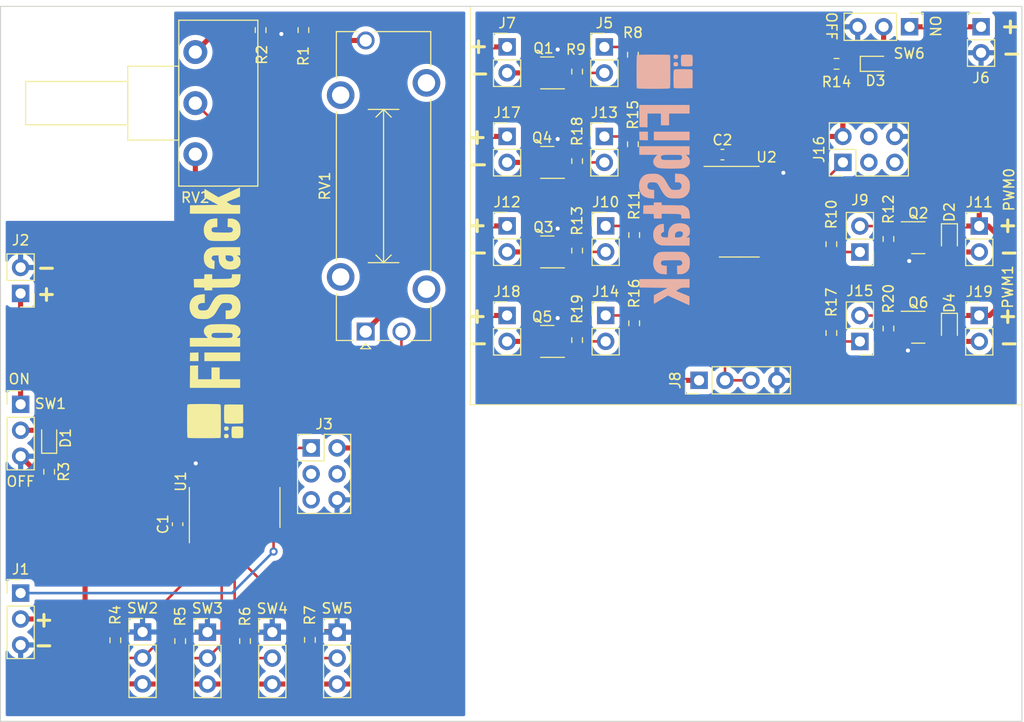
<source format=kicad_pcb>
(kicad_pcb (version 20211014) (generator pcbnew)
  (title_block (title "RC Model Controller") (comment 2 "of the CERN-OHL-P V2 license (https:/cern.ch/cern-ohl).") (comment 3 "This file is provided AS IS, WITHOUT ANY EXPRESS OR IMPLIED WARRANTY under the temrs") (comment 4 "Copyright © 2021-2023, FibStack"))
  (layers (0 "F.Cu" signal) (31 "B.Cu" signal) (34 "B.Paste" user) (35 "F.Paste" user) (36 "B.SilkS" user "B.Silkscreen") (37 "F.SilkS" user "F.Silkscreen") (38 "B.Mask" user) (39 "F.Mask" user) (44 "Edge.Cuts" user))
  (net 0 "")
  (net 1 "VCC")
  (net 2 "GND1")
  (net 3 "VDD")
  (net 4 "GND2")
  (net 5 "Net-(D1-Pad1)")
  (net 6 "Net-(D2-Pad2)")
  (net 7 "Net-(D3-Pad1)")
  (net 8 "Net-(D4-Pad2)")
  (net 9 "T-TxD")
  (net 10 "Net-(J2-Pad1)")
  (net 11 "T-UDPI")
  (net 15 "Net-(J5-Pad1)")
  (net 16 "Net-(J5-Pad2)")
  (net 17 "Net-(J6-Pad1)")
  (net 18 "Net-(J7-Pad2)")
  (net 19 "R-RxD")
  (net 20 "Net-(J9-Pad1)")
  (net 21 "Net-(J9-Pad2)")
  (net 22 "Net-(J10-Pad1)")
  (net 23 "Net-(J10-Pad2)")
  (net 24 "Net-(J12-Pad2)")
  (net 25 "Net-(J13-Pad1)")
  (net 26 "Net-(J13-Pad2)")
  (net 27 "Net-(J14-Pad1)")
  (net 28 "Net-(J14-Pad2)")
  (net 29 "Net-(J15-Pad1)")
  (net 30 "Net-(J15-Pad2)")
  (net 31 "R-UDPI")
  (net 35 "Net-(J17-Pad2)")
  (net 36 "Net-(J18-Pad2)")
  (net 37 "S0")
  (net 38 "S1")
  (net 39 "S2")
  (net 40 "S3")
  (net 41 "OUT0")
  (net 42 "PWM0")
  (net 43 "OUT2")
  (net 44 "OUT1")
  (net 45 "OUT3")
  (net 46 "PWM1")
  (net 47 "T-Throttle")
  (net 48 "T-Steering")
  (net 57 "Net-(R1-Pad1)")
  (net 58 "Net-(R2-Pad1)")
  (footprint "Connector_PinHeader_2.54mm:PinHeader_1x02_P2.54mm_Vertical" (layer "F.Cu") (at 223.139 74.051 180)
    (fp_text reference "J9")
    (fp_text value "Conn_01x02_Male" hide)
  )
  (footprint "Package_TO_SOT_SMD:SOT-23" (layer "F.Cu") (at 228.854 81.412)
    (fp_text reference "Q6")
    (fp_text value "2N7002" hide)
  )
  (footprint "Connector_PinHeader_2.54mm:PinHeader_1x03_P2.54mm_Vertical" (layer "F.Cu") (at 171.958 111.267)
    (fp_text reference "SW5")
    (fp_text value "SW_SPDT" hide)
  )
  (footprint "Resistor_SMD:R_0603_1608Metric" (layer "F.Cu") (at 195.453 65.151 90)
    (fp_text reference "R18")
    (fp_text value "10K" hide)
  )
  (footprint "Resistor_SMD:R_0603_1608Metric" (layer "F.Cu") (at 225.933 81.539 -90)
    (fp_text reference "R20")
    (fp_text value "10K" hide)
  )
  (footprint "Connector_PinHeader_2.54mm:PinHeader_1x03_P2.54mm_Vertical" (layer "F.Cu") (at 152.908 111.252)
    (fp_text reference "SW2")
    (fp_text value "SW_SPDT" hide)
  )
  (footprint "Connector_PinHeader_2.54mm:PinHeader_1x02_P2.54mm_Vertical" (layer "F.Cu") (at 198.247 71.496)
    (fp_text reference "J10")
    (fp_text value "Conn_01x02_Male" hide)
  )
  (footprint "Resistor_SMD:R_0603_1608Metric" (layer "F.Cu") (at 143.764 95.568 -90)
    (fp_text reference "R3")
    (fp_text value "470" hide)
  )
  (footprint "Package_TO_SOT_SMD:SOT-23" (layer "F.Cu") (at 192.532 74.041 180)
    (fp_text reference "Q3")
    (fp_text value "2N7002" hide)
  )
  (footprint "Resistor_SMD:R_0603_1608Metric" (layer "F.Cu") (at 195.453 73.914 90)
    (fp_text reference "R13")
    (fp_text value "10K" hide)
  )
  (footprint "Resistor_SMD:R_0603_1608Metric" (layer "F.Cu") (at 225.933 72.776 -90)
    (fp_text reference "R12")
    (fp_text value "10K" hide)
  )
  (footprint "Diode_SMD:D_0603_1608Metric" (layer "F.Cu") (at 224.663 55.626)
    (fp_text reference "D3")
    (fp_text value "LED" hide)
  )
  (footprint "Diode_SMD:D_0603_1608Metric" (layer "F.Cu") (at 143.764 92.266 90)
    (fp_text reference "D1")
    (fp_text value "LED" hide)
  )
  (footprint "Package_TO_SOT_SMD:SOT-23" (layer "F.Cu") (at 228.854 72.649)
    (fp_text reference "Q2")
    (fp_text value "2N7002" hide)
  )
  (footprint "Resistor_SMD:R_0603_1608Metric" (layer "F.Cu") (at 200.914 63.5 90)
    (fp_text reference "R15")
    (fp_text value "100" hide)
  )
  (footprint "Resistor_SMD:R_0603_1608Metric" (layer "F.Cu") (at 200.914 54.737 90)
    (fp_text reference "R8")
    (fp_text value "100" hide)
  )
  (footprint "Connector_PinHeader_2.54mm:PinHeader_1x02_P2.54mm_Vertical" (layer "F.Cu") (at 223.139 82.809 180)
    (fp_text reference "J15")
    (fp_text value "Conn_01x02_Male" hide)
  )
  (footprint "Connector_PinHeader_2.54mm:PinHeader_1x02_P2.54mm_Vertical" (layer "F.Cu") (at 198.12 62.738)
    (fp_text reference "J13")
    (fp_text value "Conn_01x02_Male" hide)
  )
  (footprint "Resistor_SMD:R_0603_1608Metric" (layer "F.Cu") (at 162.941 112.141 90)
    (fp_text reference "R6")
    (fp_text value "10K" hide)
  )
  (footprint "Resistor_SMD:R_0603_1608Metric" (layer "F.Cu") (at 168.656 52.324 90)
    (fp_text reference "R1")
    (fp_text value "10K" hide)
  )
  (footprint "Resistor_SMD:R_0603_1608Metric" (layer "F.Cu") (at 195.453 82.677 90)
    (fp_text reference "R19")
    (fp_text value "10K" hide)
  )
  (footprint "Diode_SMD:D_MicroMELF" (layer "F.Cu") (at 231.902 72.649 -90)
    (fp_text reference "D2")
    (fp_text value "D" hide)
  )
  (footprint "Resistor_SMD:R_0603_1608Metric" (layer "F.Cu") (at 156.591 112.141 90)
    (fp_text reference "R5")
    (fp_text value "10K" hide)
  )
  (footprint "Resistor_SMD:R_0603_1608Metric" (layer "F.Cu") (at 220.853 55.626 180)
    (fp_text reference "R14")
    (fp_text value "470" hide)
  )
  (footprint "Connector_PinHeader_2.54mm:PinHeader_1x02_P2.54mm_Vertical" (layer "F.Cu") (at 235 52)
    (fp_text reference "J6")
    (fp_text value "Conn_01x02_Male" hide)
  )
  (footprint "Resistor_SMD:R_0603_1608Metric" (layer "F.Cu") (at 169.291 112.029 90)
    (fp_text reference "R7")
    (fp_text value "10K" hide)
  )
  (footprint "Connector_PinHeader_2.54mm:PinHeader_1x02_P2.54mm_Vertical" (layer "F.Cu") (at 198.247 80.259)
    (fp_text reference "J14")
    (fp_text value "Conn_01x02_Male" hide)
  )
  (footprint "Connector_PinHeader_2.54mm:PinHeader_1x03_P2.54mm_Vertical" (layer "F.Cu") (at 165.608 111.267)
    (fp_text reference "SW4")
    (fp_text value "SW_SPDT" hide)
  )
  (footprint "Resistor_SMD:R_0603_1608Metric" (layer "F.Cu") (at 201.041 72.39 90)
    (fp_text reference "R11")
    (fp_text value "100" hide)
  )
  (footprint "Capacitor_SMD:C_0603_1608Metric" (layer "F.Cu") (at 209.677 64.516)
    (fp_text reference "C2")
    (fp_text value "100nF" hide)
  )
  (footprint "Connector_PinHeader_2.54mm:PinHeader_1x04_P2.54mm_Vertical" (layer "F.Cu") (at 207.391 86.614 90)
    (fp_text reference "J8")
    (fp_text value "Conn_01x04_Male" hide)
  )
  (footprint "Connector_PinHeader_2.54mm:PinHeader_2x03_P2.54mm_Vertical" (layer "F.Cu") (at 221.475 65.275 90)
    (fp_text reference "J16")
    (fp_text value "Conn_02x03_Odd_Even" hide)
  )
  (footprint "Resistor_SMD:R_0603_1608Metric" (layer "F.Cu") (at 220.345 73.284 -90)
    (fp_text reference "R10")
    (fp_text value "100" hide)
  )
  (footprint "Connector_PinHeader_2.54mm:PinHeader_1x02_P2.54mm_Vertical" (layer "F.Cu") (at 188.595 53.97)
    (fp_text reference "J7")
    (fp_text value "Conn_01x02_Male" hide)
  )
  (footprint "Resistor_SMD:R_0603_1608Metric" (layer "F.Cu") (at 195.453 56.388 90)
    (fp_text reference "R9")
    (fp_text value "10K" hide)
  )
  (footprint "Package_TO_SOT_SMD:SOT-23" (layer "F.Cu") (at 192.532 65.278 180)
    (fp_text reference "Q4")
    (fp_text value "2N7002" hide)
  )
  (footprint "Connector_PinHeader_2.54mm:PinHeader_1x02_P2.54mm_Vertical" (layer "F.Cu") (at 198.12 53.975)
    (fp_text reference "J5")
    (fp_text value "Conn_01x02_Male" hide)
  )
  (footprint "LOGO" (layer "F.Cu") (at 160 80 90)
    (fp_text reference "G***" hide)
    (fp_text value "LOGO" hide)
  )
  (footprint "Connector_PinHeader_2.54mm:PinHeader_1x02_P2.54mm_Vertical" (layer "F.Cu") (at 234.823 80.264)
    (fp_text reference "J19")
    (fp_text value "Conn_01x02_Male" hide)
  )
  (footprint "Connector_PinHeader_2.54mm:PinHeader_1x02_P2.54mm_Vertical" (layer "F.Cu") (at 188.595 62.733)
    (fp_text reference "J17")
    (fp_text value "Conn_01x02_Male" hide)
  )
  (footprint "Connector_PinHeader_2.54mm:PinHeader_1x03_P2.54mm_Vertical" (layer "F.Cu") (at 228 52 -90)
    (fp_text reference "SW6")
    (fp_text value "SW_SPDT" hide)
  )
  (footprint "Package_SO:SOIC-14_3.9x8.7mm_P1.27mm" (layer "F.Cu") (at 211.328 70.104)
    (fp_text reference "U2")
    (fp_text value "ATtiny824-SS" hide)
  )
  (footprint "Connector_PinHeader_2.54mm:PinHeader_2x03_P2.54mm_Vertical" (layer "F.Cu") (at 169.413 93.233)
    (fp_text reference "J3")
    (fp_text value "Conn_02x03_Odd_Even" hide)
  )
  (footprint "Package_TO_SOT_SMD:SOT-23" (layer "F.Cu") (at 192.532 82.804 180)
    (fp_text reference "Q5")
    (fp_text value "2N7002" hide)
  )
  (footprint "Connector_PinHeader_2.54mm:PinHeader_1x02_P2.54mm_Vertical" (layer "F.Cu") (at 188.595 80.264)
    (fp_text reference "J18")
    (fp_text value "Conn_01x02_Male" hide)
  )
  (footprint "Diode_SMD:D_MicroMELF" (layer "F.Cu") (at 231.902 81.412 -90)
    (fp_text reference "D4")
    (fp_text value "D" hide)
  )
  (footprint "Connector_PinHeader_2.54mm:PinHeader_1x02_P2.54mm_Vertical" (layer "F.Cu") (at 234.823 71.506)
    (fp_text reference "J11")
    (fp_text value "Conn_01x02_Male" hide)
  )
  (footprint "Connector_PinHeader_2.54mm:PinHeader_1x02_P2.54mm_Vertical" (layer "F.Cu") (at 140.965 78.105 180)
    (fp_text reference "J2")
    (fp_text value "Conn_01x02_Male" hide)
  )
  (footprint "Connector_PinHeader_2.54mm:PinHeader_1x03_P2.54mm_Vertical" (layer "F.Cu") (at 159.258 111.267)
    (fp_text reference "SW3")
    (fp_text value "SW_SPDT" hide)
  )
  (footprint "Connector_PinHeader_2.54mm:PinHeader_1x03_P2.54mm_Vertical" (layer "F.Cu") (at 140.97 107.442)
    (fp_text reference "J1")
    (fp_text value "Conn_01x03_Male" hide)
  )
  (footprint "Resistor_SMD:R_0603_1608Metric" (layer "F.Cu") (at 220.345 81.984 -90)
    (fp_text reference "R17")
    (fp_text value "100" hide)
  )
  (footprint "Package_TO_SOT_SMD:SOT-23" (layer "F.Cu") (at 192.532 56.515 180)
    (fp_text reference "Q1")
    (fp_text value "2N7002" hide)
  )
  (footprint "Resistor_SMD:R_0603_1608Metric" (layer "F.Cu") (at 201.041 81.026 90)
    (fp_text reference "R16")
    (fp_text value "100" hide)
  )
  (footprint "Package_SO:SOIC-14_3.9x8.7mm_P1.27mm" (layer "F.Cu") (at 161.925 99.06 90)
    (fp_text reference "U1")
    (fp_text value "ATtiny824-SS" hide)
  )
  (footprint "Capacitor_SMD:C_0603_1608Metric" (layer "F.Cu") (at 156.337 100.698 90)
    (fp_text reference "C1")
    (fp_text value "100nF" hide)
  )
  (footprint "Connector_PinHeader_2.54mm:PinHeader_1x02_P2.54mm_Vertical" (layer "F.Cu") (at 188.595 71.496)
    (fp_text reference "J12")
    (fp_text value "Conn_01x02_Male" hide)
  )
  (footprint "Resistor_SMD:R_0603_1608Metric" (layer "F.Cu") (at 164.465 52.324 90)
    (fp_text reference "R2")
    (fp_text value "10K" hide)
  )
  (footprint "Resistor_SMD:R_0603_1608Metric" (layer "F.Cu") (at 150.241 112.062 90)
    (fp_text reference "R4")
    (fp_text value "10K" hide)
  )
  (footprint "Potentiometer_THT:Potentiometer_Bourns_PTA1543_Single_Slide" (layer "F.Cu") (at 174.752 81.84 90)
    (fp_text reference "RV1")
    (fp_text value "R_Potentiometer" hide)
  )
  (footprint "Connector_PinHeader_2.54mm:PinHeader_1x03_P2.54mm_Vertical" (layer "F.Cu") (at 140.97 88.964)
    (fp_text reference "SW1")
    (fp_text value "SW_SPDT" hide)
  )
  (footprint "Potentiometer_THT:Potentiometer_Piher_T-16H_Single_Horizontal" (layer "F.Cu") (at 158.075 54.475 180)
    (fp_text reference "RV2")
    (fp_text value "R_Potentiometer")
  )
  (footprint "LOGO" (layer "B.Cu") (at 204 67 -90)
    (fp_text reference "G***" hide)
    (fp_text value "LOGO" hide)
  )
  (gr_line (start 185 50) (end 185 89) (layer "F.SilkS") (width 0.1))
  (gr_line (start 185 89) (end 239 89) (layer "F.SilkS") (width 0.1))
  (gr_line (start 239 89) (end 239 50) (layer "Edge.Cuts") (width 0.1))
  (gr_line (start 139 50) (end 139 120) (layer "Edge.Cuts") (width 0.1))
  (gr_line (start 185 50) (end 139 50) (layer "Edge.Cuts") (width 0.1))
  (gr_line (start 239 120) (end 139 120) (layer "Edge.Cuts") (width 0.1))
  (gr_line (start 239 89) (end 239 120) (layer "Edge.Cuts") (width 0.1))
  (gr_line (start 239 50) (end 185 50) (layer "Edge.Cuts") (width 0.1))
  (gr_text "+" (at 237.617 80.269) (layer "F.SilkS") (effects (font (size 1.5 1.5) (thickness 0.3))))
  (gr_text "+" (at 237.617 71.379) (layer "F.SilkS") (effects (font (size 1.5 1.5) (thickness 0.3))))
  (gr_text "+" (at 185.674 62.738) (layer "F.SilkS") (effects (font (size 1.5 1.5) (thickness 0.3))))
  (gr_text "+" (at 185.801 53.848) (layer "F.SilkS") (effects (font (size 1.5 1.5) (thickness 0.3))))
  (gr_text "ON" (at 230.505 51.943 270) (layer "F.SilkS") (effects (font (size 1 1))))
  (gr_text "-" (at 238 54.57) (layer "F.SilkS") (effects (font (size 1.5 1.5) (thickness 0.3))))
  (gr_text "PWM1" (at 237.617 77.47 90) (layer "F.SilkS") (effects (font (size 1 1))))
  (gr_text "-" (at 185.801 82.931) (layer "F.SilkS") (effects (font (size 1.5 1.5) (thickness 0.3))))
  (gr_text "+" (at 185.674 71.374) (layer "F.SilkS") (effects (font (size 1.5 1.5) (thickness 0.3))))
  (gr_text "OFF" (at 220.345 51.943 270) (layer "F.SilkS") (effects (font (size 1 1))))
  (gr_text "-" (at 237.744 74.046) (layer "F.SilkS") (effects (font (size 1.5 1.5) (thickness 0.3))))
  (gr_text "-" (at 143.25 112.5) (layer "F.SilkS") (effects (font (size 1.5 1.5) (thickness 0.3))))
  (gr_text "+" (at 185.674 80.264) (layer "F.SilkS") (effects (font (size 1.5 1.5) (thickness 0.3))))
  (gr_text "+" (at 237.873 51.903) (layer "F.SilkS") (effects (font (size 1.5 1.5) (thickness 0.3))))
  (gr_text "-" (at 237.744 82.936) (layer "F.SilkS") (effects (font (size 1.5 1.5) (thickness 0.3))))
  (gr_text "-" (at 185.928 56.515) (layer "F.SilkS") (effects (font (size 1.5 1.5) (thickness 0.3))))
  (gr_text "ON" (at 140.843 86.487) (layer "F.SilkS") (effects (font (size 1 1))))
  (gr_text "-" (at 185.801 74.041) (layer "F.SilkS") (effects (font (size 1.5 1.5) (thickness 0.3))))
  (gr_text "PWM0" (at 237.744 67.945 90) (layer "F.SilkS") (effects (font (size 1 1))))
  (gr_text "-" (at 185.801 65.405) (layer "F.SilkS") (effects (font (size 1.5 1.5) (thickness 0.3))))
  (gr_text "-" (at 143.5 75.535) (layer "F.SilkS") (effects (font (size 1.5 1.5) (thickness 0.3))))
  (gr_text "+" (at 143.25 110) (layer "F.SilkS") (effects (font (size 1.5 1.5) (thickness 0.3))))
  (gr_text "OFF" (at 140.97 96.52) (layer "F.SilkS") (effects (font (size 1 1))))
  (gr_text "+" (at 143.5 78.105) (layer "F.SilkS") (effects (font (size 1.5 1.5) (thickness 0.3))))
  (segment (start 181.595 93.233) (end 181.61 93.218) (width 0.5) (layer "F.Cu") (net 1))
  (segment (start 179.578 80.137) (end 176.403 80.137) (width 0.5) (layer "F.Cu") (net 1))
  (segment (start 158.075 82.336) (end 147.2815 93.1295) (width 0.5) (layer "F.Cu") (net 1))
  (segment (start 181.61 82.169) (end 179.578 80.137) (width 0.5) (layer "F.Cu") (net 1))
  (segment (start 181.61 93.218) (end 181.61 82.169) (width 0.5) (layer "F.Cu") (net 1))
  (segment (start 176.403 80.137) (end 174.752 81.788) (width 0.5) (layer "F.Cu") (net 1))
  (segment (start 181.61 111.506) (end 181.61 93.218) (width 0.5) (layer "F.Cu") (net 1))
  (segment (start 147.2815 110.0205) (end 147.2815 101.3845) (width 0.5) (layer "F.Cu") (net 1))
  (segment (start 152.923 116.347) (end 152.908 116.332) (width 0.5) (layer "F.Cu") (net 1))
  (segment (start 165.608 116.347) (end 159.258 116.347) (width 0.5) (layer "F.Cu") (net 1))
  (segment (start 158.075 82.336) (end 158.075 64.475) (width 0.5) (layer "F.Cu") (net 1))
  (segment (start 171.958 116.347) (end 176.769 116.347) (width 0.5) (layer "F.Cu") (net 1))
  (segment (start 176.769 116.347) (end 181.61 111.506) (width 0.5) (layer "F.Cu") (net 1))
  (segment (start 140.97 91.504) (end 143.7385 91.504) (width 0.5) (layer "F.Cu") (net 1))
  (segment (start 147.2815 93.1295) (end 145.6305 91.4785) (width 0.5) (layer "F.Cu") (net 1))
  (segment (start 156.337 101.473) (end 147.37 101.473) (width 0.5) (layer "F.Cu") (net 1))
  (segment (start 158.053 101.473) (end 158.115 101.535) (width 0.5) (layer "F.Cu") (net 1))
  (segment (start 159.258 116.347) (end 152.923 116.347) (width 0.5) (layer "F.Cu") (net 1))
  (segment (start 140.97 109.982) (end 147.243 109.982) (width 0.5) (layer "F.Cu") (net 1))
  (segment (start 145.6305 91.4785) (end 143.764 91.4785) (width 0.5) (layer "F.Cu") (net 1))
  (segment (start 147.2815 110.0205) (end 147.2815 113.6265) (width 0.5) (layer "F.Cu") (net 1))
  (segment (start 147.2815 101.3845) (end 147.2815 93.1295) (width 0.5) (layer "F.Cu") (net 1))
  (segment (start 156.337 101.473) (end 158.053 101.473) (width 0.5) (layer "F.Cu") (net 1))
  (segment (start 171.953 93.233) (end 181.595 93.233) (width 0.5) (layer "F.Cu") (net 1))
  (segment (start 171.958 116.347) (end 165.608 116.347) (width 0.5) (layer "F.Cu") (net 1))
  (segment (start 149.987 116.332) (end 152.908 116.332) (width 0.5) (layer "F.Cu") (net 1))
  (segment (start 147.2815 113.6265) (end 149.987 116.332) (width 0.5) (layer "F.Cu") (net 1))
  (segment (start 143.7385 91.504) (end 143.764 91.4785) (width 0.5) (layer "F.Cu") (net 1))
  (segment (start 147.37 101.473) (end 147.2815 101.3845) (width 0.5) (layer "F.Cu") (net 1))
  (segment (start 147.243 109.982) (end 147.2815 110.0205) (width 0.5) (layer "F.Cu") (net 1))
  (segment (start 174.752 81.788) (end 174.752 81.84) (width 0.5) (layer "F.Cu") (net 1))
  (segment (start 165.608 111.267) (end 162.99 111.267) (width 0.5) (layer "F.Cu") (net 2))
  (segment (start 159.258 111.267) (end 156.64 111.267) (width 0.5) (layer "F.Cu") (net 2))
  (segment (start 166.56 51.499) (end 166.56 52.642) (width 0.5) (layer "F.Cu") (net 2))
  (segment (start 156.337 98.363) (end 158.115 96.585) (width 0.5) (layer "F.Cu") (net 2))
  (segment (start 166.56 51.499) (end 168.656 51.499) (width 0.5) (layer "F.Cu") (net 2))
  (segment (start 143.764 96.393) (end 143.319 96.393) (width 0.5) (layer "F.Cu") (net 2))
  (segment (start 150.256 111.252) (end 150.241 111.237) (width 0.5) (layer "F.Cu") (net 2))
  (segment (start 169.291 111.204) (end 171.895 111.204) (width 0.5) (layer "F.Cu") (net 2))
  (segment (start 158.115 96.585) (end 158.115 94.742) (width 0.5) (layer "F.Cu") (net 2))
  (segment (start 156.337 99.923) (end 156.337 98.363) (width 0.5) (layer "F.Cu") (net 2))
  (segment (start 156.64 111.267) (end 156.591 111.316) (width 0.5) (layer "F.Cu") (net 2))
  (segment (start 166.56 52.642) (end 166.497 52.705) (width 0.5) (layer "F.Cu") (net 2))
  (segment (start 164.465 51.499) (end 166.56 51.499) (width 0.5) (layer "F.Cu") (net 2))
  (segment (start 152.908 111.252) (end 150.256 111.252) (width 0.5) (layer "F.Cu") (net 2))
  (segment (start 162.99 111.267) (end 162.941 111.316) (width 0.5) (layer "F.Cu") (net 2))
  (segment (start 143.319 96.393) (end 140.97 94.044) (width 0.5) (layer "F.Cu") (net 2))
  (segment (start 171.895 111.204) (end 171.958 111.267) (width 0.5) (layer "F.Cu") (net 2))
  (via (at 158.115 94.742) (size 0.8) (drill 0.4) (layers "F.Cu" "B.Cu") (net 2))
  (via (at 166.497 52.705) (size 0.8) (drill 0.4) (layers "F.Cu" "B.Cu") (net 2))
  (segment (start 209.807 62.735) (end 208.902 63.64) (width 0.5) (layer "F.Cu") (net 3))
  (segment (start 221.475 62.735) (end 221.475 58.661) (width 0.5) (layer "F.Cu") (net 3))
  (segment (start 186.309 78.486) (end 186.309 80.137) (width 0.5) (layer "F.Cu") (net 3))
  (segment (start 225.4505 55.626) (end 225.4505 58.3945) (width 0.5) (layer "F.Cu") (net 3))
  (segment (start 186.431 71.496) (end 186.309 71.374) (width 0.5) (layer "F.Cu") (net 3))
  (segment (start 186.309 53.467) (end 186.309 54.102) (width 0.5) (layer "F.Cu") (net 3))
  (segment (start 186.309 80.137) (end 186.309 85.217) (width 0.5) (layer "F.Cu") (net 3))
  (segment (start 210.566 58.547) (end 203.454 51.435) (width 0.5) (layer "F.Cu") (net 3))
  (segment (start 234.823 71.506) (end 235.717 71.506) (width 0.5) (layer "F.Cu") (net 3))
  (segment (start 221.475 62.735) (end 209.807 62.735) (width 0.5) (layer "F.Cu") (net 3))
  (segment (start 208.902 66.245) (end 208.853 66.294) (width 0.5) (layer "F.Cu") (net 3))
  (segment (start 186.309 85.217) (end 187.706 86.614) (width 0.5) (layer "F.Cu") (net 3))
  (segment (start 225.46 52) (end 225.46 55.6165) (width 0.5) (layer "F.Cu") (net 3))
  (segment (start 188.595 80.264) (end 186.436 80.264) (width 0.5) (layer "F.Cu") (net 3))
  (segment (start 221.361 58.547) (end 223.266 58.547) (width 0.5) (layer "F.Cu") (net 3))
  (segment (start 234.823 80.264) (end 235.839 80.264) (width 0.5) (layer "F.Cu") (net 3))
  (segment (start 234.823 71.506) (end 234.823 62.23) (width 0.5) (layer "F.Cu") (net 3))
  (segment (start 208.902 64.516) (end 208.902 66.245) (width 0.5) (layer "F.Cu") (net 3))
  (segment (start 186.309 55.245) (end 186.309 54.102) (width 0.5) (layer "F.Cu") (net 3))
  (segment (start 188.595 71.496) (end 186.431 71.496) (width 0.5) (layer "F.Cu") (net 3))
  (segment (start 208.902 63.64) (end 208.902 64.516) (width 0.5) (layer "F.Cu") (net 3))
  (segment (start 234.823 62.23) (end 231.14 58.547) (width 0.5) (layer "F.Cu") (net 3))
  (segment (start 186.309 62.865) (end 186.309 71.374) (width 0.5) (layer "F.Cu") (net 3))
  (segment (start 187.706 86.614) (end 207.391 86.614) (width 0.5) (layer "F.Cu") (net 3))
  (segment (start 225.46 55.6165) (end 225.4505 55.626) (width 0.5) (layer "F.Cu") (net 3))
  (segment (start 186.441 62.733) (end 186.309 62.865) (width 0.5) (layer "F.Cu") (net 3))
  (segment (start 234.823 71.506) (end 232.245 71.506) (width 0.5) (layer "F.Cu") (net 3))
  (segment (start 221.361 58.547) (end 210.566 58.547) (width 0.5) (layer "F.Cu") (net 3))
  (segment (start 234.823 80.264) (end 232.25 80.264) (width 0.5) (layer "F.Cu") (net 3))
  (segment (start 235.717 71.506) (end 237.49 73.279) (width 0.5) (layer "F.Cu") (net 3))
  (segment (start 186.309 71.374) (end 186.309 78.486) (width 0.5) (layer "F.Cu") (net 3))
  (segment (start 221.475 59.195) (end 221.475 62.735) (width 0.5) (layer "F.Cu") (net 3))
  (segment (start 223.266 58.547) (end 222.123 58.547) (width 0.5) (layer "F.Cu") (net 3))
  (segment (start 186.309 78.486) (end 186.309 78.994) (width 0.5) (layer "F.Cu") (net 3))
  (segment (start 203.454 51.435) (end 188.341 51.435) (width 0.5) (layer "F.Cu") (net 3))
  (segment (start 231.14 58.547) (end 225.298 58.547) (width 0.5) (layer "F.Cu") (net 3))
  (segment (start 221.475 58.661) (end 221.361 58.547) (width 0.5) (layer "F.Cu") (net 3))
  (segment (start 232.25 80.264) (end 231.902 80.612) (width 0.5) (layer "F.Cu") (net 3))
  (segment (start 186.309 55.245) (end 186.309 62.865) (width 0.5) (layer "F.Cu") (net 3))
  (segment (start 232.245 71.506) (end 231.902 71.849) (width 0.5) (layer "F.Cu") (net 3))
  (segment (start 188.595 62.733) (end 186.441 62.733) (width 0.5) (layer "F.Cu") (net 3))
  (segment (start 188.341 51.435) (end 186.309 53.467) (width 0.5) (layer "F.Cu") (net 3))
  (segment (start 225.298 58.547) (end 223.266 58.547) (width 0.5) (layer "F.Cu") (net 3))
  (segment (start 186.441 53.97) (end 186.309 54.102) (width 0.5) (layer "F.Cu") (net 3))
  (segment (start 225.4505 58.3945) (end 225.298 58.547) (width 0.5) (layer "F.Cu") (net 3))
  (segment (start 188.595 53.97) (end 186.441 53.97) (width 0.5) (layer "F.Cu") (net 3))
  (segment (start 237.49 78.613) (end 237.49 73.279) (width 0.5) (layer "F.Cu") (net 3))
  (segment (start 235.839 80.264) (end 237.49 78.613) (width 0.5) (layer "F.Cu") (net 3))
  (segment (start 186.436 80.264) (end 186.309 80.137) (width 0.5) (layer "F.Cu") (net 3))
  (segment (start 193.4695 55.565) (end 195.451 55.565) (width 0.5) (layer "F.Cu") (net 4))
  (segment (start 227.9165 73.599) (end 227.9165 74.8815) (width 0.5) (layer "F.Cu") (net 4))
  (segment (start 193.4695 73.091) (end 193.4695 71.8335) (width 0.5) (layer "F.Cu") (net 4))
  (segment (start 195.453 64.326) (end 193.4715 64.326) (width 0.5) (layer "F.Cu") (net 4))
  (segment (start 193.4695 55.565) (end 193.4695 54.3075) (width 0.5) (layer "F.Cu") (net 4))
  (segment (start 193.4695 71.8335) (end 193.548 71.755) (width 0.5) (layer "F.Cu") (net 4))
  (segment (start 195.451 73.091) (end 195.453 73.089) (width 0.5) (layer "F.Cu") (net 4))
  (segment (start 193.4695 54.3075) (end 193.548 54.229) (width 0.5) (layer "F.Cu") (net 4))
  (segment (start 227.9165 82.362) (end 227.9165 83.6145) (width 0.5) (layer "F.Cu") (net 4))
  (segment (start 193.4695 73.091) (end 195.451 73.091) (width 0.5) (layer "F.Cu") (net 4))
  (segment (start 225.935 82.362) (end 225.933 82.364) (width 0.5) (layer "F.Cu") (net 4))
  (segment (start 193.4695 81.854) (end 193.4695 80.5965) (width 0.5) (layer "F.Cu") (net 4))
  (segment (start 227.9165 73.599) (end 225.935 73.599) (width 0.5) (layer "F.Cu") (net 4))
  (segment (start 193.4715 81.852) (end 193.4695 81.854) (width 0.5) (layer "F.Cu") (net 4))
  (segment (start 221.431 52) (end 222.92 52) (width 0.25) (layer "F.Cu") (net 4))
  (segment (start 193.4695 64.328) (end 193.4695 63.0705) (width 0.5) (layer "F.Cu") (net 4))
  (segment (start 193.4695 63.0705) (end 193.548 62.992) (width 0.5) (layer "F.Cu") (net 4))
  (segment (start 227.9165 82.362) (end 225.935 82.362) (width 0.5) (layer "F.Cu") (net 4))
  (segment (start 225.935 73.599) (end 225.933 73.601) (width 0.5) (layer "F.Cu") (net 4))
  (segment (start 195.453 81.852) (end 193.4715 81.852) (width 0.5) (layer "F.Cu") (net 4))
  (segment (start 195.451 55.565) (end 195.453 55.563) (width 0.5) (layer "F.Cu") (net 4))
  (segment (start 220.028 55.626) (end 220.028 53.403) (width 0.25) (layer "F.Cu") (net 4))
  (segment (start 213.106 64.516) (end 213.803 65.213) (width 0.5) (layer "F.Cu") (net 4))
  (segment (start 227.9165 74.8815) (end 227.965 74.93) (width 0.5) (layer "F.Cu") (net 4))
  (segment (start 193.4695 80.5965) (end 193.548 80.518) (width 0.5) (layer "F.Cu") (net 4))
  (segment (start 213.803 65.213) (end 213.803 66.294) (width 0.5) (layer "F.Cu") (net 4))
  (segment (start 210.452 64.516) (end 213.106 64.516) (width 0.5) (layer "F.Cu") (net 4))
  (segment (start 220.028 53.403) (end 221.431 52) (width 0.25) (layer "F.Cu") (net 4))
  (segment (start 193.4715 64.326) (end 193.4695 64.328) (width 0.5) (layer "F.Cu") (net 4))
  (segment (start 213.803 66.294) (end 215.646 66.294) (width 0.5) (layer "F.Cu") (net 4))
  (segment (start 227.9165 83.6145) (end 227.838 83.693) (width 0.5) (layer "F.Cu") (net 4))
  (via (at 193.548 62.992) (size 0.8) (drill 0.4) (layers "F.Cu" "B.Cu") (net 4))
  (via (at 227.965 74.93) (size 0.8) (drill 0.4) (layers "F.Cu" "B.Cu") (net 4))
  (via (at 193.548 54.229) (size 0.8) (drill 0.4) (layers "F.Cu" "B.Cu") (net 4))
  (via (at 193.548 80.518) (size 0.8) (drill 0.4) (layers "F.Cu" "B.Cu") (net 4))
  (via (at 193.548 71.755) (size 0.8) (drill 0.4) (layers "F.Cu" "B.Cu") (net 4))
  (via (at 215.646 66.294) (size 0.8) (drill 0.4) (layers "F.Cu" "B.Cu") (net 4))
  (via (at 227.838 83.693) (size 0.8) (drill 0.4) (layers "F.Cu" "B.Cu") (net 4))
  (segment (start 143.764 93.0535) (end 143.764 94.743) (width 0.25) (layer "F.Cu") (net 5))
  (segment (start 231.902 73.449) (end 230.5915 73.449) (width 0.5) (layer "F.Cu") (net 6))
  (segment (start 232.499 74.046) (end 231.902 73.449) (width 0.5) (layer "F.Cu") (net 6))
  (segment (start 230.5915 73.449) (end 229.7915 72.649) (width 0.5) (layer "F.Cu") (net 6))
  (segment (start 234.823 74.046) (end 232.499 74.046) (width 0.5) (layer "F.Cu") (net 6))
  (segment (start 223.8755 55.626) (end 221.678 55.626) (width 0.25) (layer "F.Cu") (net 7))
  (segment (start 230.5915 82.212) (end 229.7915 81.412) (width 0.5) (layer "F.Cu") (net 8))
  (segment (start 232.494 82.804) (end 231.902 82.212) (width 0.5) (layer "F.Cu") (net 8))
  (segment (start 234.823 82.804) (end 232.494 82.804) (width 0.5) (layer "F.Cu") (net 8))
  (segment (start 231.902 82.212) (end 230.5915 82.212) (width 0.5) (layer "F.Cu") (net 8))
  (segment (start 165.735 101.535) (end 165.735 103.378) (width 0.25) (layer "F.Cu") (net 9))
  (via (at 165.735 103.378) (size 0.8) (drill 0.4) (layers "F.Cu" "B.Cu") (net 9))
  (segment (start 165.735 103.378) (end 161.671 107.442) (width 0.25) (layer "B.Cu") (net 9))
  (segment (start 161.671 107.442) (end 140.97 107.442) (width 0.25) (layer "B.Cu") (net 9))
  (segment (start 140.965 78.105) (end 140.965 88.959) (width 0.5) (layer "F.Cu") (net 10))
  (segment (start 140.965 88.959) (end 140.97 88.964) (width 0.5) (layer "F.Cu") (net 10))
  (segment (start 163.195 96.208249) (end 166.170249 93.233) (width 0.25) (layer "F.Cu") (net 11))
  (segment (start 163.21 96.57) (end 163.195 96.585) (width 0.25) (layer "F.Cu") (net 11))
  (segment (start 166.170249 93.233) (end 169.413 93.233) (width 0.25) (layer "F.Cu") (net 11))
  (segment (start 163.195 96.585) (end 163.195 96.208249) (width 0.25) (layer "F.Cu") (net 11))
  (segment (start 200.851 53.975) (end 198.12 53.975) (width 0.25) (layer "F.Cu") (net 15))
  (segment (start 200.914 53.912) (end 200.851 53.975) (width 0.25) (layer "F.Cu") (net 15))
  (segment (start 195.453 57.213) (end 196.151 56.515) (width 0.25) (layer "F.Cu") (net 16))
  (segment (start 196.151 56.515) (end 198.12 56.515) (width 0.25) (layer "F.Cu") (net 16))
  (segment (start 193.4695 57.465) (end 195.201 57.465) (width 0.25) (layer "F.Cu") (net 16))
  (segment (start 195.201 57.465) (end 195.453 57.213) (width 0.25) (layer "F.Cu") (net 16))
  (segment (start 235 52) (end 228 52) (width 0.5) (layer "F.Cu") (net 17))
  (segment (start 191.5945 56.515) (end 188.6 56.515) (width 0.5) (layer "F.Cu") (net 18))
  (segment (start 188.6 56.515) (end 188.595 56.51) (width 0.5) (layer "F.Cu") (net 18))
  (segment (start 205.994 80.137) (end 205.994 73.66) (width 0.25) (layer "F.Cu") (net 19))
  (segment (start 212.471 86.614) (end 209.931 86.614) (width 0.25) (layer "F.Cu") (net 19))
  (segment (start 209.931 86.614) (end 209.931 84.074) (width 0.25) (layer "F.Cu") (net 19))
  (segment (start 209.931 84.074) (end 205.994 80.137) (width 0.25) (layer "F.Cu") (net 19))
  (segment (start 207.01 72.644) (end 208.853 72.644) (width 0.25) (layer "F.Cu") (net 19))
  (segment (start 205.994 73.66) (end 207.01 72.644) (width 0.25) (layer "F.Cu") (net 19))
  (segment (start 223.139 74.051) (end 220.403 74.051) (width 0.25) (layer "F.Cu") (net 20))
  (segment (start 220.403 74.051) (end 220.345 74.109) (width 0.25) (layer "F.Cu") (net 20))
  (segment (start 225.493 71.511) (end 225.933 71.951) (width 0.25) (layer "F.Cu") (net 21))
  (segment (start 227.9165 71.699) (end 226.185 71.699) (width 0.25) (layer "F.Cu") (net 21))
  (segment (start 226.185 71.699) (end 225.933 71.951) (width 0.25) (layer "F.Cu") (net 21))
  (segment (start 223.139 71.511) (end 225.493 71.511) (width 0.25) (layer "F.Cu") (net 21))
  (segment (start 201.041 71.565) (end 200.972 71.496) (width 0.25) (layer "F.Cu") (net 22))
  (segment (start 200.972 71.496) (end 198.247 71.496) (width 0.25) (layer "F.Cu") (net 22))
  (segment (start 193.4695 74.991) (end 195.201 74.991) (width 0.25) (layer "F.Cu") (net 23))
  (segment (start 196.156 74.036) (end 198.247 74.036) (width 0.25) (layer "F.Cu") (net 23))
  (segment (start 195.453 74.739) (end 196.156 74.036) (width 0.25) (layer "F.Cu") (net 23))
  (segment (start 195.201 74.991) (end 195.453 74.739) (width 0.25) (layer "F.Cu") (net 23))
  (segment (start 188.6 74.041) (end 188.595 74.036) (width 0.5) (layer "F.Cu") (net 24))
  (segment (start 191.5945 74.041) (end 188.6 74.041) (width 0.5) (layer "F.Cu") (net 24))
  (segment (start 200.851 62.738) (end 198.12 62.738) (width 0.25) (layer "F.Cu") (net 25))
  (segment (start 200.914 62.675) (end 200.851 62.738) (width 0.25) (layer "F.Cu") (net 25))
  (segment (start 195.201 66.228) (end 195.453 65.976) (width 0.25) (layer "F.Cu") (net 26))
  (segment (start 195.453 65.976) (end 196.151 65.278) (width 0.25) (layer "F.Cu") (net 26))
  (segment (start 193.4695 66.228) (end 195.201 66.228) (width 0.25) (layer "F.Cu") (net 26))
  (segment (start 196.151 65.278) (end 198.12 65.278) (width 0.25) (layer "F.Cu") (net 26))
  (segment (start 201.041 80.201) (end 200.983 80.259) (width 0.25) (layer "F.Cu") (net 27))
  (segment (start 200.983 80.259) (end 198.247 80.259) (width 0.25) (layer "F.Cu") (net 27))
  (segment (start 195.201 83.754) (end 195.453 83.502) (width 0.25) (layer "F.Cu") (net 28))
  (segment (start 198.247 82.799) (end 196.156 82.799) (width 0.25) (layer "F.Cu") (net 28))
  (segment (start 193.4695 83.754) (end 195.201 83.754) (width 0.25) (layer "F.Cu") (net 28))
  (segment (start 196.156 82.799) (end 195.453 83.502) (width 0.25) (layer "F.Cu") (net 28))
  (segment (start 220.345 82.809) (end 223.139 82.809) (width 0.25) (layer "F.Cu") (net 29))
  (segment (start 226.185 80.462) (end 225.933 80.714) (width 0.25) (layer "F.Cu") (net 30))
  (segment (start 225.488 80.269) (end 225.933 80.714) (width 0.25) (layer "F.Cu") (net 30))
  (segment (start 223.139 80.269) (end 225.488 80.269) (width 0.25) (layer "F.Cu") (net 30))
  (segment (start 227.9165 80.462) (end 226.185 80.462) (width 0.25) (layer "F.Cu") (net 30))
  (segment (start 213.803 71.374) (end 215.376 71.374) (width 0.25) (layer "F.Cu") (net 31))
  (segment (start 215.376 71.374) (end 221.475 65.275) (width 0.25) (layer "F.Cu") (net 31))
  (segment (start 191.5945 65.278) (end 188.6 65.278) (width 0.5) (layer "F.Cu") (net 35))
  (segment (start 188.6 65.278) (end 188.595 65.273) (width 0.5) (layer "F.Cu") (net 35))
  (segment (start 188.595 82.804) (end 191.5945 82.804) (width 0.5) (layer "F.Cu") (net 36))
  (segment (start 151.146 113.792) (end 152.908 113.792) (width 0.25) (layer "F.Cu") (net 37))
  (segment (start 152.908 113.792) (end 154.94 111.76) (width 0.25) (layer "F.Cu") (net 37))
  (segment (start 154.94 111.76) (end 154.94 108.458) (width 0.25) (layer "F.Cu") (net 37))
  (segment (start 150.241 112.887) (end 151.146 113.792) (width 0.25) (layer "F.Cu") (net 37))
  (segment (start 159.385 104.013) (end 159.385 101.535) (width 0.25) (layer "F.Cu") (net 37))
  (segment (start 154.94 108.458) (end 159.385 104.013) (width 0.25) (layer "F.Cu") (net 37))
  (segment (start 157.432 113.807) (end 159.258 113.807) (width 0.25) (layer "F.Cu") (net 38))
  (segment (start 160.655 101.535) (end 160.655 112.41) (width 0.25) (layer "F.Cu") (net 38))
  (segment (start 156.591 112.966) (end 157.432 113.807) (width 0.25) (layer "F.Cu") (net 38))
  (segment (start 160.655 112.41) (end 159.258 113.807) (width 0.25) (layer "F.Cu") (net 38))
  (segment (start 161.925 101.535) (end 161.925 111.95) (width 0.25) (layer "F.Cu") (net 39))
  (segment (start 162.941 112.966) (end 163.782 113.807) (width 0.25) (layer "F.Cu") (net 39))
  (segment (start 163.782 113.807) (end 165.608 113.807) (width 0.25) (layer "F.Cu") (net 39))
  (segment (start 161.925 111.95) (end 162.941 112.966) (width 0.25) (layer "F.Cu") (net 39))
  (segment (start 163.195 104.902) (end 168.021 109.728) (width 0.25) (layer "F.Cu") (net 40))
  (segment (start 170.244 113.807) (end 171.958 113.807) (width 0.25) (layer "F.Cu") (net 40))
  (segment (start 168.021 111.584) (end 169.291 112.854) (width 0.25) (layer "F.Cu") (net 40))
  (segment (start 163.195 101.535) (end 163.195 104.902) (width 0.25) (layer "F.Cu") (net 40))
  (segment (start 168.021 109.728) (end 168.021 111.584) (width 0.25) (layer "F.Cu") (net 40))
  (segment (start 169.291 112.854) (end 170.244 113.807) (width 0.25) (layer "F.Cu") (net 40))
  (segment (start 206.121 66.548) (end 207.137 67.564) (width 0.25) (layer "F.Cu") (net 41))
  (segment (start 200.914 55.562) (end 202.247 55.562) (width 0.25) (layer "F.Cu") (net 41))
  (segment (start 207.137 67.564) (end 208.853 67.564) (width 0.25) (layer "F.Cu") (net 41))
  (segment (start 202.247 55.562) (end 206.121 59.436) (width 0.25) (layer "F.Cu") (net 41))
  (segment (start 206.121 59.436) (end 206.121 66.548) (width 0.25) (layer "F.Cu") (net 41))
  (segment (start 213.803 72.644) (end 220.16 72.644) (width 0.25) (layer "F.Cu") (net 42))
  (segment (start 220.16 72.644) (end 220.345 72.459) (width 0.25) (layer "F.Cu") (net 42))
  (segment (start 205.105 70.104) (end 208.853 70.104) (width 0.25) (layer "F.Cu") (net 43))
  (segment (start 201.041 73.215) (end 201.994 73.215) (width 0.25) (layer "F.Cu") (net 43))
  (segment (start 201.994 73.215) (end 205.105 70.104) (width 0.25) (layer "F.Cu") (net 43))
  (segment (start 200.914 64.325) (end 202.247 64.325) (width 0.25) (layer "F.Cu") (net 44))
  (segment (start 206.756 68.834) (end 208.853 68.834) (width 0.25) (layer "F.Cu") (net 44))
  (segment (start 202.247 64.325) (end 206.756 68.834) (width 0.25) (layer "F.Cu") (net 44))
  (segment (start 203.6445 80.4535) (end 203.6445 73.8505) (width 0.25) (layer "F.Cu") (net 45))
  (segment (start 202.247 81.851) (end 203.6445 80.4535) (width 0.25) (layer "F.Cu") (net 45))
  (segment (start 203.6445 73.8505) (end 206.121 71.374) (width 0.25) (layer "F.Cu") (net 45))
  (segment (start 206.121 71.374) (end 208.853 71.374) (width 0.25) (layer "F.Cu") (net 45))
  (segment (start 201.041 81.851) (end 202.247 81.851) (width 0.25) (layer "F.Cu") (net 45))
  (segment (start 215.9 73.914) (end 213.803 73.914) (width 0.25) (layer "F.Cu") (net 46))
  (segment (start 220.345 78.359) (end 215.9 73.914) (width 0.25) (layer "F.Cu") (net 46))
  (segment (start 220.345 81.159) (end 220.345 78.359) (width 0.25) (layer "F.Cu") (net 46))
  (segment (start 178.252 81.84) (end 178.252 84.384) (width 0.25) (layer "F.Cu") (net 47))
  (segment (start 163.957 86.106) (end 176.53 86.106) (width 0.25) (layer "F.Cu") (net 47))
  (segment (start 161.925 88.138) (end 163.957 86.106) (width 0.25) (layer "F.Cu") (net 47))
  (segment (start 161.925 96.585) (end 161.925 88.138) (width 0.25) (layer "F.Cu") (net 47))
  (segment (start 178.252 84.384) (end 176.53 86.106) (width 0.25) (layer "F.Cu") (net 47))
  (segment (start 160.655 63.595) (end 160.655 96.585) (width 0.25) (layer "F.Cu") (net 48))
  (segment (start 160.655 62.055) (end 160.655 63.595) (width 0.25) (layer "F.Cu") (net 48))
  (segment (start 158.075 59.475) (end 160.655 62.055) (width 0.25) (layer "F.Cu") (net 48))
  (segment (start 168.847 53.34) (end 174.752 53.34) (width 0.5) (layer "F.Cu") (net 57))
  (segment (start 168.656 53.149) (end 168.847 53.34) (width 0.5) (layer "F.Cu") (net 57))
  (segment (start 159.401 53.149) (end 158.075 54.475) (width 0.5) (layer "F.Cu") (net 58))
  (segment (start 164.465 53.149) (end 159.401 53.149) (width 0.5) (layer "F.Cu") (net 58))
  (zone (net 0) (net_name "") (layers F&B.Cu) (connect_pads (clearance 0)) (min_thickness 0.254)
    (keepout (tracks not_allowed) (vias not_allowed) (pads not_allowed) (copperpour not_allowed) (footprints not_allowed))
    (fill (thermal_gap 0.508) (thermal_bridge_width 0.508))
    (polygon (pts (xy 156 71) (xy 139 71) (xy 139 50) (xy 156 50)))
  )
  (zone (net 4) (net_name "GND2") (layer "B.Cu") (connect_pads (clearance 0.508)) (min_thickness 0.254) (fill yes (thermal_gap 0.508) (thermal_bridge_width 0.508))
    (polygon (pts (xy 239 89) (xy 185.5 89) (xy 185.5 50) (xy 239 50)))
  )
  (zone (net 2) (net_name "GND1") (layer "B.Cu") (connect_pads (clearance 0.508)) (min_thickness 0.254) (fill yes (thermal_gap 0.508) (thermal_bridge_width 0.508))
    (polygon (pts (xy 184.5 120) (xy 139 120) (xy 139 50) (xy 184.5 50)))
  )
)
</source>
